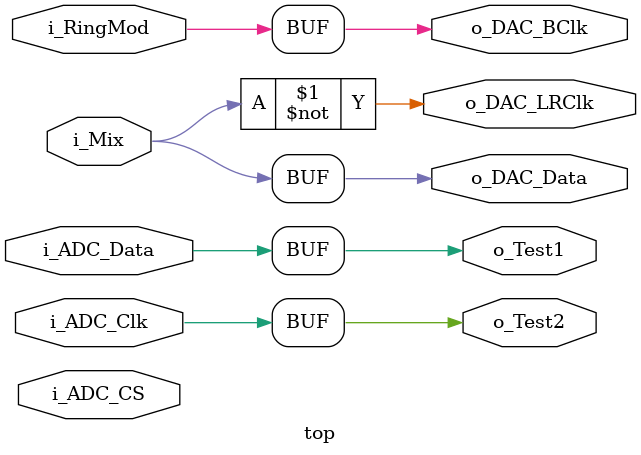
<source format=v>
module top 
	(
		input wire i_Mix,
		input wire i_RingMod,
		input wire i_ADC_Data,
		input wire i_ADC_Clk,
		input wire i_ADC_CS,
		output wire o_Test1,
		output wire o_Test2,
		output wire o_DAC_BClk,
		output wire o_DAC_Data,
		output wire o_DAC_LRClk
	);
	assign o_Test1 = i_ADC_Data;
	assign o_Test2 = i_ADC_Clk;
	assign o_DAC_BClk = i_RingMod;
	assign o_DAC_Data = i_Mix;
	assign o_DAC_LRClk = ~i_Mix;
endmodule
</source>
